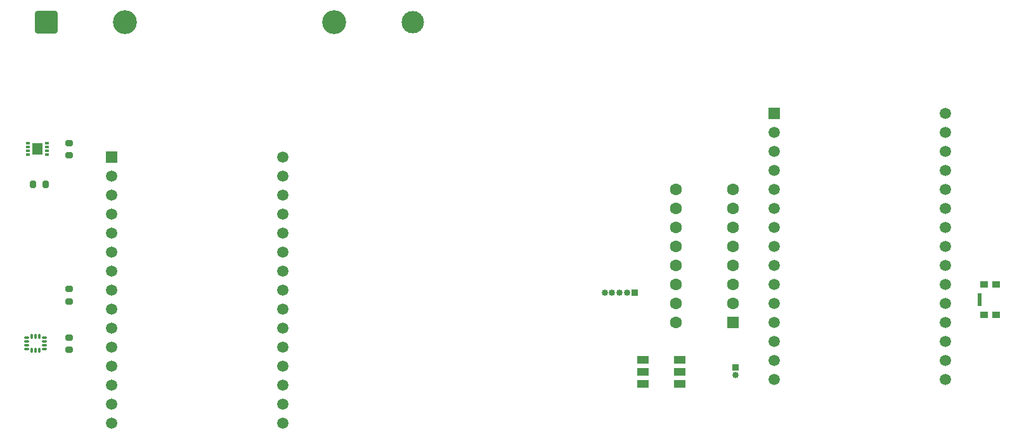
<source format=gbr>
%TF.GenerationSoftware,KiCad,Pcbnew,9.0.6*%
%TF.CreationDate,2026-01-31T12:13:37-08:00*%
%TF.ProjectId,techin514_final_sensor_pcb,74656368-696e-4353-9134-5f66696e616c,rev?*%
%TF.SameCoordinates,Original*%
%TF.FileFunction,Soldermask,Top*%
%TF.FilePolarity,Negative*%
%FSLAX46Y46*%
G04 Gerber Fmt 4.6, Leading zero omitted, Abs format (unit mm)*
G04 Created by KiCad (PCBNEW 9.0.6) date 2026-01-31 12:13:37*
%MOMM*%
%LPD*%
G01*
G04 APERTURE LIST*
G04 Aperture macros list*
%AMRoundRect*
0 Rectangle with rounded corners*
0 $1 Rounding radius*
0 $2 $3 $4 $5 $6 $7 $8 $9 X,Y pos of 4 corners*
0 Add a 4 corners polygon primitive as box body*
4,1,4,$2,$3,$4,$5,$6,$7,$8,$9,$2,$3,0*
0 Add four circle primitives for the rounded corners*
1,1,$1+$1,$2,$3*
1,1,$1+$1,$4,$5*
1,1,$1+$1,$6,$7*
1,1,$1+$1,$8,$9*
0 Add four rect primitives between the rounded corners*
20,1,$1+$1,$2,$3,$4,$5,0*
20,1,$1+$1,$4,$5,$6,$7,0*
20,1,$1+$1,$6,$7,$8,$9,0*
20,1,$1+$1,$8,$9,$2,$3,0*%
G04 Aperture macros list end*
%ADD10RoundRect,0.087500X-0.175000X-0.087500X0.175000X-0.087500X0.175000X0.087500X-0.175000X0.087500X0*%
%ADD11R,1.400000X1.600000*%
%ADD12R,0.850000X0.850000*%
%ADD13C,0.850000*%
%ADD14RoundRect,0.200000X0.275000X-0.200000X0.275000X0.200000X-0.275000X0.200000X-0.275000X-0.200000X0*%
%ADD15C,3.200000*%
%ADD16RoundRect,0.250000X-1.250000X-1.250000X1.250000X-1.250000X1.250000X1.250000X-1.250000X1.250000X0*%
%ADD17C,3.000000*%
%ADD18RoundRect,0.200000X-0.275000X0.200000X-0.275000X-0.200000X0.275000X-0.200000X0.275000X0.200000X0*%
%ADD19RoundRect,0.087500X-0.225000X-0.087500X0.225000X-0.087500X0.225000X0.087500X-0.225000X0.087500X0*%
%ADD20RoundRect,0.087500X-0.087500X-0.225000X0.087500X-0.225000X0.087500X0.225000X-0.087500X0.225000X0*%
%ADD21R,1.000000X0.900000*%
%ADD22R,0.550000X1.700000*%
%ADD23R,1.500000X1.500000*%
%ADD24C,1.500000*%
%ADD25RoundRect,0.200000X0.200000X0.275000X-0.200000X0.275000X-0.200000X-0.275000X0.200000X-0.275000X0*%
%ADD26RoundRect,0.250000X0.550000X0.550000X-0.550000X0.550000X-0.550000X-0.550000X0.550000X-0.550000X0*%
%ADD27C,1.600000*%
%ADD28R,1.500000X1.000000*%
G04 APERTURE END LIST*
D10*
%TO.C,U5*%
X56000000Y-72500000D03*
X56000000Y-73000000D03*
X56000000Y-73500000D03*
X56000000Y-74000000D03*
X58575000Y-74000000D03*
X58575000Y-73500000D03*
X58575000Y-73000000D03*
X58575000Y-72500000D03*
D11*
X57287500Y-73250000D03*
%TD*%
D12*
%TO.C,J1*%
X137000000Y-92500000D03*
D13*
X136000000Y-92500000D03*
X135000000Y-92500000D03*
X134000000Y-92500000D03*
X133000000Y-92500000D03*
%TD*%
D14*
%TO.C,R3*%
X61500000Y-93650000D03*
X61500000Y-92000000D03*
%TD*%
D15*
%TO.C,BT1*%
X68987500Y-56330000D03*
X96887500Y-56330000D03*
D16*
X58487500Y-56330000D03*
D17*
X107387500Y-56330000D03*
%TD*%
D18*
%TO.C,R4*%
X61500000Y-98500000D03*
X61500000Y-100150000D03*
%TD*%
D19*
%TO.C,U6*%
X55837500Y-98500000D03*
X55837500Y-99000000D03*
X55837500Y-99500000D03*
X55837500Y-100000000D03*
D20*
X56500000Y-100162500D03*
X57000000Y-100162500D03*
X57500000Y-100162500D03*
D19*
X58162500Y-100000000D03*
X58162500Y-99500000D03*
X58162500Y-99000000D03*
X58162500Y-98500000D03*
D20*
X57500000Y-98337500D03*
X57000000Y-98337500D03*
X56500000Y-98337500D03*
%TD*%
D21*
%TO.C,SW1*%
X183700000Y-95475000D03*
X183700000Y-91375000D03*
X185300000Y-95475000D03*
X185300000Y-91375000D03*
D22*
X183075000Y-93425000D03*
%TD*%
D23*
%TO.C,U2*%
X155640000Y-68545000D03*
D24*
X155640000Y-71085000D03*
X155640000Y-73625000D03*
X155640000Y-76165000D03*
X155640000Y-78705000D03*
X155640000Y-81245000D03*
X155640000Y-83785000D03*
X155640000Y-86325000D03*
X155640000Y-88865000D03*
X155640000Y-91405000D03*
X155640000Y-93945000D03*
X155640000Y-96485000D03*
X155640000Y-99025000D03*
X155640000Y-101565000D03*
X155640000Y-104105000D03*
X178500000Y-104105000D03*
X178500000Y-101565000D03*
X178500000Y-99025000D03*
X178500000Y-96485000D03*
X178500000Y-93945000D03*
X178500000Y-91405000D03*
X178500000Y-88865000D03*
X178500000Y-86325000D03*
X178500000Y-83785000D03*
X178500000Y-81245000D03*
X178500000Y-78705000D03*
X178500000Y-76165000D03*
X178500000Y-73625000D03*
X178500000Y-71085000D03*
X178500000Y-68545000D03*
%TD*%
D23*
%TO.C,U1*%
X67140000Y-74340000D03*
D24*
X67140000Y-76880000D03*
X67140000Y-79420000D03*
X67140000Y-81960000D03*
X67140000Y-84500000D03*
X67140000Y-87040000D03*
X67140000Y-89580000D03*
X67140000Y-92120000D03*
X67140000Y-94660000D03*
X67140000Y-97200000D03*
X67140000Y-99740000D03*
X67140000Y-102280000D03*
X67140000Y-104820000D03*
X67140000Y-107360000D03*
X67140000Y-109900000D03*
X90000000Y-109900000D03*
X90000000Y-107360000D03*
X90000000Y-104820000D03*
X90000000Y-102280000D03*
X90000000Y-99740000D03*
X90000000Y-97200000D03*
X90000000Y-94660000D03*
X90000000Y-92120000D03*
X90000000Y-89580000D03*
X90000000Y-87040000D03*
X90000000Y-84500000D03*
X90000000Y-81960000D03*
X90000000Y-79420000D03*
X90000000Y-76880000D03*
X90000000Y-74340000D03*
%TD*%
D12*
%TO.C,BT2*%
X150500000Y-102500000D03*
D13*
X150500000Y-103500000D03*
%TD*%
D25*
%TO.C,R2*%
X58325000Y-78000000D03*
X56675000Y-78000000D03*
%TD*%
D18*
%TO.C,R1*%
X61500000Y-72500000D03*
X61500000Y-74150000D03*
%TD*%
D26*
%TO.C,U4*%
X150120000Y-96500000D03*
D27*
X150120000Y-93960000D03*
X150120000Y-91420000D03*
X150120000Y-88880000D03*
X150120000Y-86340000D03*
X150120000Y-83800000D03*
X150120000Y-81260000D03*
X150120000Y-78720000D03*
X142500000Y-78720000D03*
X142500000Y-81260000D03*
X142500000Y-83800000D03*
X142500000Y-86340000D03*
X142500000Y-88880000D03*
X142500000Y-91420000D03*
X142500000Y-93960000D03*
X142500000Y-96500000D03*
%TD*%
D28*
%TO.C,D1*%
X138100000Y-101500000D03*
X138100000Y-103100000D03*
X138100000Y-104700000D03*
X143000000Y-104700000D03*
X143000000Y-103100000D03*
X143000000Y-101500000D03*
%TD*%
M02*

</source>
